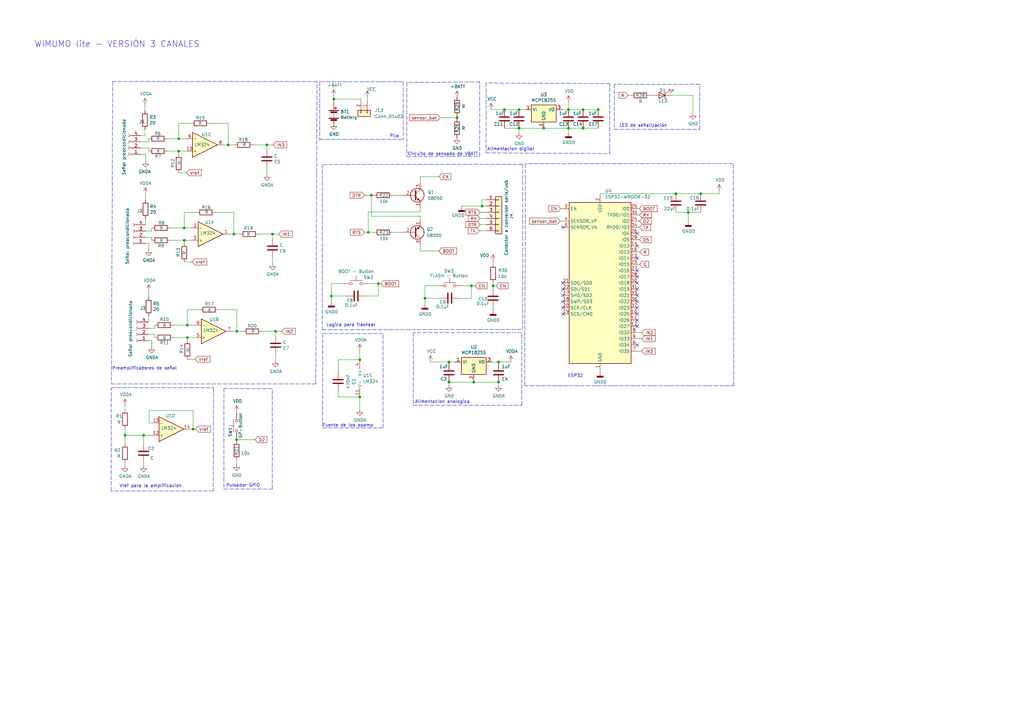
<source format=kicad_sch>
(kicad_sch (version 20211123) (generator eeschema)
  (paper "A3")
  (junction (at 58.8772 178.5366))
  (junction (at 495.554 98.806))
  (junction (at 75.565 98.552))
  (junction (at 223.012 52.578))
  (junction (at 497.332 98.806))
  (junction (at 212.852 52.578))
  (junction (at 184.15 156.718))
  (junction (at 277.2156 79.4766))
  (junction (at 93.599 59.436))
  (junction (at 97.028 180.3146))
  (junction (at 51.2572 178.5366))
  (junction (at 510.54 98.806))
  (junction (at 197.7136 84.5058))
  (junction (at 204.47 156.718))
  (junction (at 187.452 48.26))
  (junction (at 147.574 147.574))
  (junction (at 76.835 133.35))
  (junction (at 79.1972 175.9966))
  (junction (at 202.2348 117.221))
  (junction (at 193.3448 117.221))
  (junction (at 113.03 135.89))
  (junction (at 95.885 96.012))
  (junction (at 111.76 96.012))
  (junction (at 287.3756 79.4766))
  (junction (at 506.984 98.806))
  (junction (at 174.2948 122.301))
  (junction (at 155.194 116.332))
  (junction (at 152.3238 80.0608))
  (junction (at 212.852 44.958))
  (junction (at 474.98 98.806))
  (junction (at 73.279 56.896))
  (junction (at 151.0538 95.3008))
  (junction (at 204.47 148.463))
  (junction (at 484.124 98.806))
  (junction (at 109.474 59.436))
  (junction (at 136.906 40.64))
  (junction (at 499.11 98.806))
  (junction (at 245.3386 44.9326))
  (junction (at 239.141 52.5526))
  (junction (at 147.574 162.814))
  (junction (at 135.89 121.412))
  (junction (at 239.141 52.578))
  (junction (at 206.883 44.958))
  (junction (at 76.835 138.43))
  (junction (at 97.155 135.89))
  (junction (at 518.668 98.806))
  (junction (at 233.172 52.578))
  (junction (at 239.141 44.958))
  (junction (at 487.68 98.806))
  (junction (at 75.565 93.472))
  (junction (at 184.15 148.463))
  (junction (at 282.2956 87.0966))
  (junction (at 233.172 44.958))
  (junction (at 73.279 61.976))
  (junction (at 194.31 156.718))
  (no_connect (at 230.886 126.238))
  (no_connect (at 230.886 123.698))
  (no_connect (at 230.886 121.158))
  (no_connect (at 230.886 128.778))
  (no_connect (at 230.886 118.618))
  (no_connect (at 230.886 116.078))
  (no_connect (at 261.366 123.698))
  (no_connect (at 261.366 121.158))
  (no_connect (at 261.366 100.838))
  (no_connect (at 261.366 95.758))
  (no_connect (at 261.366 141.478))
  (no_connect (at 261.366 133.858))
  (no_connect (at 261.366 131.318))
  (no_connect (at 261.366 128.778))
  (no_connect (at 261.366 126.238))
  (no_connect (at 261.366 118.618))
  (no_connect (at 261.366 116.078))
  (no_connect (at 261.366 113.538))
  (no_connect (at 261.366 110.998))
  (no_connect (at 261.366 105.918))
  (no_connect (at 230.886 93.218))
  (wire (pts (xy 497.332 98.806) (xy 499.11 98.806)))
  (wire (pts (xy 95.885 96.012) (xy 98.425 96.012)))
  (wire (pts (xy 73.279 61.976) (xy 76.454 61.976)))
  (wire (pts (xy 155.194 116.332) (xy 156.21 116.332)))
  (wire (pts (xy 180.594 48.26) (xy 187.452 48.26)))
  (polyline (pts (xy 287.02 34.544) (xy 251.968 34.544)))
  (wire (pts (xy 246.126 79.375) (xy 246.126 80.518)))
  (wire (pts (xy 109.474 59.436) (xy 109.474 61.341)))
  (wire (pts (xy 196.9516 89.5858) (xy 199.4916 89.5858)))
  (wire (pts (xy 261.366 98.298) (xy 262.2296 98.2726)))
  (polyline (pts (xy 165.354 33.528) (xy 165.354 57.404)))
  (wire (pts (xy 97.028 188.595) (xy 97.028 190.5)))
  (wire (pts (xy 184.15 156.718) (xy 194.31 156.718)))
  (wire (pts (xy 196.6214 94.6658) (xy 199.4916 94.6658)))
  (polyline (pts (xy 87.5792 158.9786) (xy 87.4776 201.3712)))
  (wire (pts (xy 206.883 44.958) (xy 212.852 44.958)))
  (wire (pts (xy 184.15 149.098) (xy 184.15 148.463)))
  (wire (pts (xy 97.028 179.705) (xy 97.028 180.3146)))
  (wire (pts (xy 261.366 103.378) (xy 262.382 103.378)))
  (wire (pts (xy 184.15 148.463) (xy 186.69 148.463)))
  (wire (pts (xy 149.86 121.412) (xy 155.194 121.412)))
  (wire (pts (xy 499.11 98.806) (xy 506.984 98.806)))
  (wire (pts (xy 111.76 96.012) (xy 114.3 96.012)))
  (wire (pts (xy 135.89 116.332) (xy 135.89 121.412)))
  (wire (pts (xy 73.279 63.246) (xy 73.279 61.976)))
  (wire (pts (xy 522.224 97.79) (xy 522.224 98.806)))
  (wire (pts (xy 266.446 39.116) (xy 267.716 39.116)))
  (wire (pts (xy 174.2948 117.221) (xy 179.3748 117.221)))
  (wire (pts (xy 199.4916 81.9658) (xy 197.7136 81.9658)))
  (wire (pts (xy 51.2572 175.7426) (xy 51.2572 178.5366)))
  (wire (pts (xy 174.2948 124.841) (xy 174.2948 122.301)))
  (wire (pts (xy 59.69 82.042) (xy 59.69 79.502)))
  (wire (pts (xy 71.12 138.43) (xy 76.835 138.43)))
  (wire (pts (xy 484.124 97.282) (xy 484.124 98.806)))
  (wire (pts (xy 261.366 144.018) (xy 263.1694 144.018)))
  (polyline (pts (xy 166.878 33.782) (xy 166.878 64.262)))
  (wire (pts (xy 93.599 50.546) (xy 93.599 59.436)))
  (wire (pts (xy 155.194 116.332) (xy 151.13 116.332)))
  (polyline (pts (xy 91.8464 159.3088) (xy 91.8464 200.5838)))
  (polyline (pts (xy 132.334 175.514) (xy 157.099 175.514)))
  (wire (pts (xy 109.474 59.436) (xy 112.014 59.436)))
  (wire (pts (xy 499.11 97.282) (xy 499.11 98.806)))
  (wire (pts (xy 233.172 44.958) (xy 239.141 44.958)))
  (wire (pts (xy 62.6872 173.4566) (xy 61.1632 173.4566)))
  (wire (pts (xy 194.31 156.718) (xy 204.47 156.718)))
  (wire (pts (xy 59.69 99.822) (xy 60.96 99.822)))
  (wire (pts (xy 246.126 79.375) (xy 277.2156 79.4766)))
  (wire (pts (xy 261.366 85.598) (xy 262.2296 85.598)))
  (wire (pts (xy 113.03 135.89) (xy 113.03 137.795)))
  (wire (pts (xy 97.155 135.89) (xy 95.25 135.89)))
  (polyline (pts (xy 213.995 166.243) (xy 213.995 136.398)))
  (wire (pts (xy 78.359 50.546) (xy 73.279 50.546)))
  (wire (pts (xy 85.979 50.546) (xy 93.599 50.546)))
  (wire (pts (xy 60.9854 58.1406) (xy 60.9854 56.8706)))
  (wire (pts (xy 51.2572 189.7126) (xy 51.2572 190.9826)))
  (polyline (pts (xy 214.2998 67.3354) (xy 132.1816 67.4878)))
  (wire (pts (xy 60.96 121.92) (xy 60.96 119.38)))
  (polyline (pts (xy 157.099 175.514) (xy 157.099 136.779)))
  (wire (pts (xy 76.835 133.35) (xy 80.01 133.35)))
  (wire (pts (xy 152.3238 80.0608) (xy 153.3398 80.0608)))
  (wire (pts (xy 152.3238 80.0608) (xy 152.3238 88.6968)))
  (polyline (pts (xy 131.1656 33.4772) (xy 131.1656 57.6072)))
  (wire (pts (xy 155.194 121.412) (xy 155.194 116.332)))
  (wire (pts (xy 61.1632 173.4566) (xy 61.1632 168.3766)))
  (wire (pts (xy 63.5 134.62) (xy 63.5 133.35)))
  (wire (pts (xy 201.93 148.463) (xy 204.47 148.463)))
  (wire (pts (xy 257.556 39.116) (xy 258.826 39.116)))
  (wire (pts (xy 71.12 133.35) (xy 76.835 133.35)))
  (wire (pts (xy 73.279 56.896) (xy 76.454 56.896)))
  (wire (pts (xy 75.565 93.472) (xy 78.74 93.472)))
  (wire (pts (xy 58.8772 178.5366) (xy 62.6872 178.5366)))
  (wire (pts (xy 97.028 180.3146) (xy 97.028 180.975)))
  (wire (pts (xy 193.3448 117.221) (xy 189.5348 117.221)))
  (wire (pts (xy 239.141 44.958) (xy 245.3386 44.958)))
  (wire (pts (xy 199.4916 84.5058) (xy 197.7136 84.5058)))
  (wire (pts (xy 60.96 129.54) (xy 60.96 132.08)))
  (wire (pts (xy 61.1632 168.3766) (xy 79.1972 168.3766)))
  (wire (pts (xy 229.8192 90.678) (xy 230.886 90.678)))
  (wire (pts (xy 51.2572 178.5366) (xy 51.2572 182.0926)))
  (wire (pts (xy 277.2156 79.4766) (xy 287.3756 79.4766)))
  (wire (pts (xy 138.684 162.814) (xy 147.574 162.814)))
  (wire (pts (xy 68.6054 61.9506) (xy 73.279 61.976)))
  (wire (pts (xy 506.984 97.282) (xy 506.984 98.806)))
  (wire (pts (xy 63.5 137.16) (xy 63.5 138.43)))
  (wire (pts (xy 204.47 157.988) (xy 204.47 156.718)))
  (wire (pts (xy 57.6834 58.1406) (xy 60.9854 58.1406)))
  (wire (pts (xy 59.4614 55.6006) (xy 57.6834 55.6006)))
  (wire (pts (xy 487.68 98.806) (xy 495.554 98.806)))
  (wire (pts (xy 59.69 89.662) (xy 59.69 92.202)))
  (wire (pts (xy 287.3756 79.4766) (xy 294.9956 79.4766)))
  (wire (pts (xy 147.574 167.894) (xy 147.574 162.814)))
  (wire (pts (xy 62.23 94.742) (xy 62.23 93.472)))
  (wire (pts (xy 474.98 97.282) (xy 474.98 98.806)))
  (wire (pts (xy 111.76 96.012) (xy 111.76 97.917)))
  (polyline (pts (xy 46.2026 33.4264) (xy 45.72 157.48)))
  (wire (pts (xy 277.2156 87.0966) (xy 282.2956 87.0966)))
  (wire (pts (xy 194.31 156.083) (xy 194.31 156.718)))
  (wire (pts (xy 202.2348 126.111) (xy 202.2348 127.381)))
  (wire (pts (xy 245.3386 52.5526) (xy 239.141 52.5526)))
  (polyline (pts (xy 250.063 62.9412) (xy 250.063 34.29)))
  (polyline (pts (xy 157.099 136.779) (xy 132.334 136.779)))
  (wire (pts (xy 76.835 138.43) (xy 80.01 138.43)))
  (wire (pts (xy 103.759 59.436) (xy 109.474 59.436)))
  (wire (pts (xy 160.9598 80.0608) (xy 164.7698 80.0608)))
  (wire (pts (xy 69.85 98.552) (xy 75.565 98.552)))
  (wire (pts (xy 140.97 116.332) (xy 135.89 116.332)))
  (wire (pts (xy 197.7136 81.9658) (xy 197.7136 84.5058)))
  (wire (pts (xy 138.684 152.654) (xy 138.684 147.574)))
  (wire (pts (xy 89.535 127) (xy 97.155 127)))
  (polyline (pts (xy 132.1816 67.4878) (xy 132.1816 135.255)))
  (wire (pts (xy 160.9598 95.3008) (xy 164.7698 95.3008)))
  (polyline (pts (xy 129.54 157.48) (xy 130.0226 33.4264)))
  (wire (pts (xy 172.3898 74.9808) (xy 172.3898 72.4408)))
  (wire (pts (xy 59.7154 63.2206) (xy 57.6834 63.2206)))
  (wire (pts (xy 174.2948 122.301) (xy 180.6448 122.301)))
  (polyline (pts (xy 250.063 34.29) (xy 199.3646 34.036)))
  (polyline (pts (xy 87.4776 201.3712) (xy 45.5676 201.3712)))
  (wire (pts (xy 136.906 52.07) (xy 136.8806 50.6222)))
  (wire (pts (xy 81.915 127) (xy 76.835 127)))
  (wire (pts (xy 172.3898 100.3808) (xy 172.3898 102.9208)))
  (polyline (pts (xy 215.5444 67.183) (xy 215.1634 158.242)))
  (wire (pts (xy 60.96 99.822) (xy 60.96 102.362)))
  (wire (pts (xy 77.9272 175.9966) (xy 79.1972 175.9966)))
  (wire (pts (xy 151.0538 86.9188) (xy 172.3898 86.9188)))
  (polyline (pts (xy 214.3506 67.3608) (xy 214.3506 135.0518)))
  (wire (pts (xy 62.23 97.282) (xy 62.23 98.552)))
  (wire (pts (xy 80.645 87.122) (xy 75.565 87.122)))
  (wire (pts (xy 172.3898 72.4408) (xy 180.0098 72.4408)))
  (wire (pts (xy 95.885 87.122) (xy 95.885 96.012)))
  (wire (pts (xy 176.53 148.463) (xy 184.15 148.463)))
  (wire (pts (xy 522.224 98.806) (xy 518.668 98.806)))
  (wire (pts (xy 193.3448 122.301) (xy 193.3448 117.221)))
  (wire (pts (xy 172.3898 86.9188) (xy 172.3898 85.1408)))
  (wire (pts (xy 150.622 39.878) (xy 150.622 41.402)))
  (wire (pts (xy 113.03 145.415) (xy 113.03 147.955)))
  (wire (pts (xy 471.424 98.806) (xy 474.98 98.806)))
  (polyline (pts (xy 287.02 53.086) (xy 287.02 34.544)))
  (polyline (pts (xy 215.1634 158.242) (xy 300.99 158.242)))
  (wire (pts (xy 184.15 157.988) (xy 184.15 156.718)))
  (wire (pts (xy 106.045 96.012) (xy 111.76 96.012)))
  (wire (pts (xy 229.9716 85.598) (xy 230.886 85.598)))
  (wire (pts (xy 151.0538 95.3008) (xy 151.0538 86.9188)))
  (polyline (pts (xy 251.968 34.544) (xy 251.968 53.086)))
  (polyline (pts (xy 196.723 33.6042) (xy 166.878 33.782)))
  (wire (pts (xy 59.69 94.742) (xy 62.23 94.742)))
  (wire (pts (xy 135.89 121.412) (xy 142.24 121.412)))
  (wire (pts (xy 138.684 160.274) (xy 138.684 162.814)))
  (wire (pts (xy 80.01 147.32) (xy 76.835 147.32)))
  (wire (pts (xy 147.574 147.574) (xy 147.574 143.764)))
  (wire (pts (xy 212.852 44.958) (xy 215.392 44.958)))
  (wire (pts (xy 107.315 135.89) (xy 113.03 135.89)))
  (polyline (pts (xy 45.5676 201.3712) (xy 45.6692 158.9786)))
  (wire (pts (xy 261.366 136.398) (xy 263.1948 136.398)))
  (wire (pts (xy 187.452 47.498) (xy 187.452 48.26)))
  (wire (pts (xy 497.332 98.806) (xy 497.332 105.41)))
  (wire (pts (xy 172.3898 102.9208) (xy 180.0098 102.9208)))
  (wire (pts (xy 69.85 93.472) (xy 75.565 93.472)))
  (wire (pts (xy 60.96 134.62) (xy 63.5 134.62)))
  (wire (pts (xy 57.6834 60.6806) (xy 60.9854 60.6806)))
  (wire (pts (xy 76.835 127) (xy 76.835 133.35)))
  (wire (pts (xy 152.3238 88.6968) (xy 172.3898 88.6968)))
  (wire (pts (xy 172.3898 88.6968) (xy 172.3898 90.2208)))
  (wire (pts (xy 233.172 54.483) (xy 233.172 52.578)))
  (wire (pts (xy 95.885 96.012) (xy 93.98 96.012)))
  (wire (pts (xy 151.0538 95.3008) (xy 153.3398 95.3008)))
  (wire (pts (xy 93.599 59.436) (xy 91.694 59.436)))
  (wire (pts (xy 212.852 52.578) (xy 212.852 54.483)))
  (wire (pts (xy 60.96 137.16) (xy 63.5 137.16)))
  (wire (pts (xy 113.03 135.89) (xy 115.57 135.89)))
  (wire (pts (xy 212.852 52.578) (xy 223.012 52.578)))
  (wire (pts (xy 284.226 39.116) (xy 284.226 46.355)))
  (wire (pts (xy 282.2956 87.0966) (xy 282.2956 90.9066)))
  (polyline (pts (xy 91.8464 200.5838) (xy 111.6584 200.5838)))
  (polyline (pts (xy 111.6584 159.4358) (xy 91.8464 159.3088)))
  (wire (pts (xy 484.124 98.806) (xy 487.68 98.806)))
  (wire (pts (xy 51.2572 178.5366) (xy 58.8772 178.5366)))
  (wire (pts (xy 245.3386 44.958) (xy 245.3386 44.9326)))
  (polyline (pts (xy 300.736 67.056) (xy 215.5444 67.183)))
  (wire (pts (xy 73.279 50.546) (xy 73.279 56.896)))
  (wire (pts (xy 109.474 68.961) (xy 109.474 71.501)))
  (wire (pts (xy 78.74 107.442) (xy 75.565 107.442)))
  (wire (pts (xy 59.4614 53.0606) (xy 59.4614 55.6006)))
  (wire (pts (xy 204.47 148.463) (xy 209.55 148.463)))
  (wire (pts (xy 60.96 139.7) (xy 62.23 139.7)))
  (wire (pts (xy 510.54 97.282) (xy 510.54 98.806)))
  (polyline (pts (xy 166.878 64.262) (xy 196.723 64.0842)))
  (wire (pts (xy 60.9854 60.6806) (xy 60.9854 61.9506)))
  (wire (pts (xy 62.23 139.7) (xy 62.23 142.24)))
  (wire (pts (xy 97.028 168.91) (xy 97.028 169.545)))
  (wire (pts (xy 223.012 52.578) (xy 233.172 52.578)))
  (wire (pts (xy 148.082 40.64) (xy 148.082 41.402)))
  (wire (pts (xy 518.668 98.806) (xy 510.54 98.806)))
  (wire (pts (xy 135.89 121.412) (xy 135.89 123.952)))
  (polyline (pts (xy 213.995 136.398) (xy 169.545 136.398)))
  (wire (pts (xy 79.1972 175.9966) (xy 80.2132 175.9966)))
  (polyline (pts (xy 169.545 166.243) (xy 213.995 166.243)))
  (wire (pts (xy 202.2348 117.221) (xy 203.5048 117.221)))
  (polyline (pts (xy 196.723 64.0842) (xy 196.723 33.6042)))
  (wire (pts (xy 261.366 138.938) (xy 263.1948 138.938)))
  (wire (pts (xy 97.155 127) (xy 97.155 135.89)))
  (wire (pts (xy 88.265 87.122) (xy 95.885 87.122)))
  (polyline (pts (xy 251.968 53.086) (xy 287.02 53.086)))
  (polyline (pts (xy 300.99 158.242) (xy 300.736 67.056)))
  (wire (pts (xy 59.4614 45.4406) (xy 59.4614 42.9006)))
  (wire (pts (xy 76.835 139.7) (xy 76.835 138.43)))
  (wire (pts (xy 189.3316 84.5058) (xy 189.3316 84.7598)))
  (wire (pts (xy 136.906 40.64) (xy 136.906 41.91)))
  (polyline (pts (xy 199.3646 34.036) (xy 199.3646 62.7126)))
  (wire (pts (xy 206.883 52.578) (xy 212.852 52.578)))
  (polyline (pts (xy 132.334 136.779) (xy 132.334 175.514)))
  (polyline (pts (xy 165.1 33.528) (xy 131.1656 33.4772)))
  (wire (pts (xy 51.2572 166.2176) (xy 51.2572 168.1226)))
  (wire (pts (xy 261.366 88.138) (xy 262.2296 88.138)))
  (wire (pts (xy 471.424 97.282) (xy 471.424 98.806)))
  (wire (pts (xy 188.2648 122.301) (xy 193.3448 122.301)))
  (wire (pts (xy 204.47 149.098) (xy 204.47 148.463)))
  (wire (pts (xy 93.599 59.436) (xy 96.139 59.436)))
  (wire (pts (xy 138.684 147.574) (xy 147.574 147.574)))
  (wire (pts (xy 174.2948 122.301) (xy 174.2948 117.221)))
  (wire (pts (xy 495.554 97.282) (xy 495.554 98.806)))
  (polyline (pts (xy 169.545 136.398) (xy 169.545 166.243)))
  (wire (pts (xy 261.366 93.218) (xy 262.2296 93.218)))
  (wire (pts (xy 97.028 180.3146) (xy 104.5972 180.3146)))
  (wire (pts (xy 518.668 97.79) (xy 518.668 98.806)))
  (wire (pts (xy 79.1972 168.3766) (xy 79.1972 175.9966)))
  (wire (pts (xy 282.2956 87.0966) (xy 287.3756 87.0966)))
  (wire (pts (xy 233.172 41.783) (xy 233.172 44.958)))
  (wire (pts (xy 506.984 98.806) (xy 510.54 98.806)))
  (wire (pts (xy 246.126 151.638) (xy 246.126 152.7302)))
  (polyline (pts (xy 130.0226 33.4264) (xy 46.2026 33.4264)))
  (wire (pts (xy 233.172 52.578) (xy 239.141 52.578)))
  (wire (pts (xy 111.76 105.537) (xy 111.76 108.077)))
  (polyline (pts (xy 131.318 57.15) (xy 165.354 57.15)))
  (wire (pts (xy 68.6054 56.8706) (xy 73.279 56.896)))
  (polyline (pts (xy 199.3646 62.7126) (xy 250.063 62.9666)))
  (wire (pts (xy 197.7136 84.5058) (xy 189.3316 84.5058)))
  (polyline (pts (xy 45.72 157.48) (xy 129.54 157.48)))
  (wire (pts (xy 75.565 99.822) (xy 75.565 98.552)))
  (wire (pts (xy 261.366 90.678) (xy 262.2296 90.6526)))
  (wire (pts (xy 187.452 48.26) (xy 187.452 48.768)))
  (wire (pts (xy 196.9516 87.0458) (xy 199.4916 87.0458)))
  (polyline (pts (xy 250.063 62.9666) (xy 250.063 62.3316)))
  (wire (pts (xy 230.632 44.958) (xy 233.172 44.958)))
  (wire (pts (xy 76.454 70.866) (xy 73.279 70.866)))
  (wire (pts (xy 495.554 98.806) (xy 497.332 98.806)))
  (wire (pts (xy 59.7154 66.0146) (xy 59.7154 63.2206)))
  (wire (pts (xy 275.336 39.116) (xy 284.226 39.116)))
  (wire (pts (xy 196.9516 92.1258) (xy 199.4916 92.1258)))
  (wire (pts (xy 59.69 97.282) (xy 62.23 97.282)))
  (wire (pts (xy 474.98 98.806) (xy 484.124 98.806)))
  (wire (pts (xy 202.2348 107.061) (xy 202.2348 108.331)))
  (wire (pts (xy 75.565 87.122) (xy 75.565 93.472)))
  (wire (pts (xy 136.906 39.37) (xy 136.906 40.64)))
  (polyline (pts (xy 45.6692 158.9786) (xy 87.5792 158.9786)))
  (wire (pts (xy 75.565 98.552) (xy 78.74 98.552)))
  (wire (pts (xy 149.5298 80.0608) (xy 152.3238 80.0608)))
  (wire (pts (xy 202.2348 117.221) (xy 202.2348 118.491)))
  (wire (pts (xy 239.141 52.5526) (xy 239.141 52.578)))
  (wire (pts (xy 193.3448 117.221) (xy 194.8688 117.221)))
  (wire (pts (xy 487.68 97.282) (xy 487.68 98.806)))
  (wire (pts (xy 97.155 135.89) (xy 99.695 135.89)))
  (wire (pts (xy 149.5298 95.3008) (xy 151.0538 95.3008)))
  (wire (pts (xy 58.8772 189.7126) (xy 58.8772 190.9826)))
  (polyline (pts (xy 250.0376 62.3316) (xy 250.063 62.3316)))
  (wire (pts (xy 58.8772 178.5366) (xy 58.8772 182.0926)))
  (polyline (pts (xy 132.1816 135.255) (xy 214.3252 135.1026)))
  (polyline (pts (xy 111.6584 200.5838) (xy 111.6584 159.4358)))
  (wire (pts (xy 202.2348 115.951) (xy 202.2348 117.221)))
  (wire (pts (xy 294.9956 78.2066) (xy 294.9956 79.4766)))
  (wire (pts (xy 261.366 108.458) (xy 262.3566 108.4326)))
  (wire (pts (xy 136.906 40.64) (xy 148.082 40.64)))
  (wire (pts (xy 201.422 44.958) (xy 206.883 44.958)))
  (text "WIMUMO lite - VERSIÓN 3 CANALES" (at 81.915 19.685 180) (effects (font (size 2.4892 2.4892)) (justify right bottom)))
  (text "Pila\n" (at 159.766 56.642 0) (effects (font (size 1.27 1.27)) (justify left bottom)))
  (text "Alimentacion analogica\n" (at 170.18 165.608 0) (effects (font (size 1.27 1.27)) (justify left bottom)))
  (text "Pulsador GPIO" (at 92.71 199.898 0) (effects (font (size 1.27 1.27)) (justify left bottom)))
  (text "Fuente de los opamp" (at 132.334 175.26 0) (effects (font (size 1.27 1.27)) (justify left bottom)))
  (text "Vref para la amplificación" (at 48.9712 200.1266 0) (effects (font (size 1.27 1.27)) (justify left bottom)))
  (text "Logica para flashear" (at 133.858 134.112 0) (effects (font (size 1.27 1.27)) (justify left bottom)))
  (text "Circuito de sensado de VBATT" (at 167.132 64.008 0) (effects (font (size 1.27 1.27)) (justify left bottom)))
  (text "\n" (at 127.762 100.457 0) (effects (font (size 1.27 1.27)) (justify left bottom)))
  (text "LED de señalización" (at 254 52.324 0) (effects (font (size 1.27 1.27)) (justify left bottom)))
  (text "Preamplificadores de señal" (at 45.974 151.892 0) (effects (font (size 1.27 1.27)) (justify left bottom)))
  (text "Alimentacion digital\n\n" (at 199.771 64.008 0) (effects (font (size 1.27 1.27)) (justify left bottom)))
  (text "ESP32" (at 232.918 154.94 0) (effects (font (size 1.27 1.27)) (justify left bottom)))
  (global_label "EN" (shape input) (at 180.0098 72.4408 0) (property "Intersheet References" "${INTERSHEET_REFS}" (effects hide)))
  (global_label "Vref" (shape input) (at 80.2132 175.9966 0) (property "Intersheet References" "${INTERSHEET_REFS}" (effects hide)))
  (global_label "IN1" (shape input) (at 263.1948 138.938 0) (property "Intersheet References" "${INTERSHEET_REFS}" (effects hide)))
  (global_label "EN" (shape input) (at 194.8688 117.221 0) (property "Intersheet References" "${INTERSHEET_REFS}" (effects hide)))
  (global_label "IN3" (shape input) (at 112.014 59.436 0) (property "Intersheet References" "${INTERSHEET_REFS}" (effects hide)))
  (global_label "IN3" (shape input) (at 263.1694 144.018 0) (property "Intersheet References" "${INTERSHEET_REFS}" (effects hide)))
  (global_label "sensor_bat" (shape input) (at 180.594 48.26 180) (property "Intersheet References" "${INTERSHEET_REFS}" (effects hide)))
  (global_label "D2" (shape input) (at 262.2296 90.6526 0) (property "Intersheet References" "${INTERSHEET_REFS}" (effects hide)))
  (global_label "R" (shape input) (at 257.556 39.116 180) (property "Intersheet References" "${INTERSHEET_REFS}" (effects hide)))
  (global_label "TX" (shape input) (at 262.2296 93.218 0) (property "Intersheet References" "${INTERSHEET_REFS}" (effects hide)))
  (global_label "D2" (shape input) (at 104.5972 180.3146 0) (property "Intersheet References" "${INTERSHEET_REFS}" (effects hide)))
  (global_label "Vref" (shape input) (at 80.01 147.32 0) (property "Intersheet References" "${INTERSHEET_REFS}" (effects hide)))
  (global_label "EN" (shape input) (at 229.9716 85.598 180) (property "Intersheet References" "${INTERSHEET_REFS}" (effects hide)))
  (global_label "BOOT" (shape input) (at 156.21 116.332 0) (property "Intersheet References" "${INTERSHEET_REFS}" (effects hide)))
  (global_label "D5" (shape input) (at 262.2296 98.2726 0) (property "Intersheet References" "${INTERSHEET_REFS}" (effects hide)))
  (global_label "IN2" (shape input) (at 263.1948 136.398 0) (property "Intersheet References" "${INTERSHEET_REFS}" (effects hide)))
  (global_label "RX" (shape input) (at 262.2296 88.138 0) (property "Intersheet References" "${INTERSHEET_REFS}" (effects hide)))
  (global_label "EN" (shape input) (at 203.5048 117.221 0) (property "Intersheet References" "${INTERSHEET_REFS}" (effects hide)))
  (global_label "G" (shape input) (at 262.3566 108.4326 0) (property "Intersheet References" "${INTERSHEET_REFS}" (effects hide)))
  (global_label "IN1" (shape input) (at 114.3 96.012 0) (property "Intersheet References" "${INTERSHEET_REFS}" (effects hide)))
  (global_label "TX" (shape input) (at 196.6214 94.6658 180) (property "Intersheet References" "${INTERSHEET_REFS}" (effects hide)))
  (global_label "DTR" (shape input) (at 149.5298 80.0608 180) (property "Intersheet References" "${INTERSHEET_REFS}" (effects hide)))
  (global_label "Vref" (shape input) (at 76.454 70.866 0) (property "Intersheet References" "${INTERSHEET_REFS}" (effects hide)))
  (global_label "BOOT" (shape input) (at 180.0098 102.9208 0) (property "Intersheet References" "${INTERSHEET_REFS}" (effects hide)))
  (global_label "RX" (shape input) (at 196.9516 89.5858 180) (property "Intersheet References" "${INTERSHEET_REFS}" (effects hide)))
  (global_label "RTS" (shape input) (at 196.9516 87.0458 180) (property "Intersheet References" "${INTERSHEET_REFS}" (effects hide)))
  (global_label "R" (shape input) (at 262.382 103.378 0) (property "Intersheet References" "${INTERSHEET_REFS}" (effects hide)))
  (global_label "RTS" (shape input) (at 149.5298 95.3008 180) (property "Intersheet References" "${INTERSHEET_REFS}" (effects hide)))
  (global_label "BOOT" (shape input) (at 262.2296 85.598 0) (property "Intersheet References" "${INTERSHEET_REFS}" (effects hide)))
  (global_label "Vref" (shape input) (at 78.74 107.442 0) (property "Intersheet References" "${INTERSHEET_REFS}" (effects hide)))
  (global_label "sensor_bat" (shape input) (at 229.8192 90.678 180) (property "Intersheet References" "${INTERSHEET_REFS}" (effects hide)))
  (global_label "IN2" (shape input) (at 115.57 135.89 0) (property "Intersheet References" "${INTERSHEET_REFS}" (effects hide)))
  (global_label "DTR" (shape input) (at 196.9516 92.1258 180) (property "Intersheet References" "${INTERSHEET_REFS}" (effects hide)))
  (symbol (lib_id "Regulator_Linear:MCP1825S") (at 223.012 44.958 0) (unit 1)
    (property "Reference" "U3" (at 223.012 38.8112 0))
    (property "Value" "MCP1825S" (at 223.012 41.1226 0))
    (property "Footprint" "Package_TO_SOT_SMD:SOT-223-3_TabPin2" (effects hide))
    (property "Datasheet" "http://ww1.microchip.com/downloads/en/devicedoc/22056b.pdf" (effects hide))
  )
  (symbol (lib_id "Device:R") (at 262.636 39.116 90) (unit 1)
    (property "Reference" "R28" (at 262.636 39.116 90))
    (property "Value" "R" (at 262.636 41.656 90))
    (property "Footprint" "Resistor_SMD:R_0805_2012Metric" (effects hide))
  )
  (symbol (lib_id "power:GND") (at 284.226 46.355 0) (unit 1)
    (property "Reference" "#PWR033" (effects hide))
    (property "Value" "GND" (at 284.353 50.7492 0))
  )
  (symbol (lib_id "Device:R") (at 187.452 43.688 0) (unit 1)
    (property "Reference" "R25" (at 187.452 45.593 90) (effects (justify left)))
    (property "Value" "R" (at 189.357 43.688 0) (effects (justify left)))
    (property "Footprint" "Resistor_SMD:R_0805_2012Metric" (effects hide))
  )
  (symbol (lib_id "Device:R") (at 187.452 52.578 0) (unit 1)
    (property "Reference" "R26" (at 187.452 54.483 90) (effects (justify left)))
    (property "Value" "R" (at 189.357 52.578 0) (effects (justify left)))
    (property "Footprint" "Resistor_SMD:R_0805_2012Metric" (effects hide))
  )
  (symbol (lib_id "power:GND") (at 187.452 56.388 0) (unit 1)
    (property "Reference" "#PWR028" (effects hide))
    (property "Value" "GND" (at 187.579 60.7822 0))
  )
  (symbol (lib_id "Device:C") (at 212.852 48.768 0) (unit 1)
    (property "Reference" "C12" (at 208.8896 50.9016 0) (effects (justify left)))
    (property "Value" "1uF" (at 208.8896 46.4566 0) (effects (justify left)))
    (property "Footprint" "Capacitor_SMD:C_0805_2012Metric" (effects hide))
  )
  (symbol (lib_id "Device:C") (at 233.172 48.768 0) (unit 1)
    (property "Reference" "C13" (at 229.2096 50.9016 0) (effects (justify left)))
    (property "Value" "1uF" (at 229.2096 46.4566 0) (effects (justify left)))
    (property "Footprint" "Capacitor_SMD:C_0805_2012Metric" (effects hide))
  )
  (symbol (lib_id "power:+BATT") (at 187.452 39.878 0) (unit 1)
    (property "Reference" "#PWR027" (effects hide))
    (property "Value" "+BATT" (at 187.833 35.4838 0))
  )
  (symbol (lib_id "Device:R") (at 64.7954 56.8706 270) (unit 1)
    (property "Reference" "R6" (at 64.6938 54.8132 90))
    (property "Value" "R" (at 64.8208 56.8452 90))
    (property "Footprint" "Resistor_SMD:R_0805_2012Metric" (effects hide))
  )
  (symbol (lib_id "Device:R") (at 64.7954 61.9506 270) (unit 1)
    (property "Reference" "R7" (at 64.8208 64.0842 90))
    (property "Value" "R" (at 64.8208 62.0522 90))
    (property "Footprint" "Resistor_SMD:R_0805_2012Metric" (effects hide))
  )
  (symbol (lib_id "Device:R") (at 82.169 50.546 270) (unit 1)
    (property "Reference" "R15" (at 82.1944 48.3616 90))
    (property "Value" "R" (at 82.0674 50.5206 90))
    (property "Footprint" "Resistor_SMD:R_0805_2012Metric" (effects hide))
  )
  (symbol (lib_id "Device:R") (at 73.279 67.056 180) (unit 1)
    (property "Reference" "R12" (at 70.8914 66.9036 90))
    (property "Value" "R" (at 73.4314 66.9036 0))
    (property "Footprint" "Resistor_SMD:R_0805_2012Metric" (effects hide))
  )
  (symbol (lib_id "Device:R") (at 51.2572 171.9326 0) (mirror x) (unit 1)
    (property "Reference" "R1" (at 47.4472 170.6626 0) (effects (justify left)))
    (property "Value" "R" (at 48.0822 173.2026 0) (effects (justify left)))
    (property "Footprint" "Resistor_SMD:R_0805_2012Metric" (effects hide))
  )
  (symbol (lib_id "Device:R") (at 51.2572 185.9026 0) (mirror y) (unit 1)
    (property "Reference" "R2" (at 49.4792 184.7342 0) (effects (justify left)))
    (property "Value" "R" (at 49.4792 187.0456 0) (effects (justify left)))
    (property "Footprint" "Resistor_SMD:R_0805_2012Metric" (effects hide))
  )
  (symbol (lib_id "Device:C") (at 58.8772 185.9026 0) (mirror y) (unit 1)
    (property "Reference" "C2" (at 63.3222 183.9976 0) (effects (justify left)))
    (property "Value" "C" (at 63.0682 187.9346 0) (effects (justify left)))
    (property "Footprint" "Capacitor_SMD:C_0805_2012Metric" (effects hide))
  )
  (symbol (lib_id "Device:C") (at 138.684 156.464 180) (unit 1)
    (property "Reference" "C1" (at 145.0848 156.464 90))
    (property "Value" "470nF" (at 142.7734 156.464 90))
    (property "Footprint" "Capacitor_SMD:C_0805_2012Metric" (effects hide))
  )
  (symbol (lib_id "Device:R") (at 59.4614 49.2506 0) (unit 1)
    (property "Reference" "R3" (at 61.2394 48.0822 0) (effects (justify left)))
    (property "Value" "20" (at 61.2394 50.3936 0) (effects (justify left)))
    (property "Footprint" "Resistor_SMD:R_0805_2012Metric" (effects hide))
  )
  (symbol (lib_id "Switch:SW_Push") (at 97.028 174.625 90) (mirror x) (unit 1)
    (property "Reference" "SW1" (at 94.488 177.165 0))
    (property "Value" "GP-Button" (at 98.6282 174.5234 0))
    (property "Footprint" "Button_Switch_THT:SW_PUSH_6mm" (effects hide))
  )
  (symbol (lib_id "Device:R") (at 97.028 184.785 0) (unit 1)
    (property "Reference" "R21" (at 97.028 186.69 90) (effects (justify left)))
    (property "Value" "10k" (at 98.806 185.928 0) (effects (justify left)))
    (property "Footprint" "Resistor_SMD:R_0805_2012Metric" (effects hide))
  )
  (symbol (lib_id "Regulator_Linear:MCP1825S") (at 194.31 148.463 0) (unit 1)
    (property "Reference" "U2" (at 194.31 142.3162 0))
    (property "Value" "MCP1825S" (at 194.31 144.6276 0))
    (property "Footprint" "Package_TO_SOT_SMD:SOT-223-3_TabPin2" (effects hide))
    (property "Datasheet" "http://ww1.microchip.com/downloads/en/devicedoc/22056b.pdf" (effects hide))
  )
  (symbol (lib_id "Device:C") (at 184.15 152.908 0) (unit 1)
    (property "Reference" "C3" (at 180.5686 155.3464 0) (effects (justify left)))
    (property "Value" "1uF" (at 180.1622 150.3426 0) (effects (justify left)))
    (property "Footprint" "Capacitor_SMD:C_0805_2012Metric" (effects hide))
  )
  (symbol (lib_id "Device:C") (at 204.47 152.908 0) (unit 1)
    (property "Reference" "C4" (at 205.74 155.448 0) (effects (justify left)))
    (property "Value" "1uF" (at 205.74 150.368 0) (effects (justify left)))
    (property "Footprint" "Capacitor_SMD:C_0805_2012Metric" (effects hide))
  )
  (symbol (lib_id "power:GNDA") (at 204.47 157.988 0) (unit 1)
    (property "Reference" "#PWR014" (effects hide))
    (property "Value" "GNDA" (at 204.597 162.3822 0))
  )
  (symbol (lib_id "power:GNDA") (at 147.574 167.894 0) (unit 1)
    (property "Reference" "#PWR02" (effects hide))
    (property "Value" "GNDA" (at 147.701 172.2882 0))
  )
  (symbol (lib_id "power:VDDA") (at 209.55 148.463 0) (unit 1)
    (property "Reference" "#PWR015" (effects hide))
    (property "Value" "VDDA" (at 209.931 144.0688 0))
  )
  (symbol (lib_id "power:VDDA") (at 147.574 143.764 0) (unit 1)
    (property "Reference" "#PWR01" (effects hide))
    (property "Value" "VDDA" (at 147.955 139.3698 0))
  )
  (symbol (lib_id "power:VDDA") (at 59.4614 42.9006 0) (unit 1)
    (property "Reference" "#PWR05" (effects hide))
    (property "Value" "VDDA" (at 59.8424 38.5064 0))
  )
  (symbol (lib_id "power:VDDA") (at 51.2572 166.2176 0) (unit 1)
    (property "Reference" "#PWR03" (effects hide))
    (property "Value" "VDDA" (at 51.6382 161.8234 0))
  )
  (symbol (lib_id "Device:C") (at 109.474 65.151 0) (mirror x) (unit 1)
    (property "Reference" "C5" (at 112.395 66.3194 0) (effects (justify left)))
    (property "Value" "C" (at 112.395 64.008 0) (effects (justify left)))
    (property "Footprint" "Capacitor_SMD:C_0805_2012Metric" (effects hide))
  )
  (symbol (lib_id "Device:R") (at 99.949 59.436 90) (mirror x) (unit 1)
    (property "Reference" "R18" (at 101.7524 57.2516 90) (effects (justify left)))
    (property "Value" "R" (at 100.9904 59.4106 90) (effects (justify left)))
    (property "Footprint" "Resistor_SMD:R_0805_2012Metric" (effects hide))
  )
  (symbol (lib_id "power:GNDA") (at 109.474 71.501 0) (unit 1)
    (property "Reference" "#PWR016" (effects hide))
    (property "Value" "GNDA" (at 109.601 75.8952 0))
  )
  (symbol (lib_id "Device:Battery") (at 136.906 46.99 0) (unit 1)
    (property "Reference" "BT1" (at 139.6492 45.8216 0) (effects (justify left)))
    (property "Value" "Battery" (at 139.6492 48.133 0) (effects (justify left)))
    (property "Footprint" "Battery:BatteryHolder_Keystone_2460_1xAA" (effects hide))
  )
  (symbol (lib_id "power:+BATT") (at 136.906 39.37 0) (unit 1)
    (property "Reference" "#PWR019" (effects hide))
    (property "Value" "+BATT" (at 137.287 34.9758 0))
  )
  (symbol (lib_id "power:GND") (at 136.8806 50.6222 0) (unit 1)
    (property "Reference" "#PWR020" (effects hide))
    (property "Value" "GND" (at 137.0076 55.0164 0))
  )
  (symbol (lib_id "Device:R") (at 75.565 103.632 180) (unit 1)
    (property "Reference" "R13" (at 73.0504 103.4796 90))
    (property "Value" "R" (at 75.5904 103.7336 90))
    (property "Footprint" "Resistor_SMD:R_0805_2012Metric" (effects hide))
  )
  (symbol (lib_id "Device:R") (at 84.455 87.122 270) (unit 1)
    (property "Reference" "R16" (at 84.6074 85.0646 90))
    (property "Value" "R" (at 84.7344 87.0966 90))
    (property "Footprint" "Resistor_SMD:R_0805_2012Metric" (effects hide))
  )
  (symbol (lib_id "Device:R") (at 66.04 98.552 270) (unit 1)
    (property "Reference" "R9" (at 66.0654 100.8126 90))
    (property "Value" "R" (at 66.1924 98.6536 90))
    (property "Footprint" "Resistor_SMD:R_0805_2012Metric" (effects hide))
  )
  (symbol (lib_id "Device:R") (at 66.04 93.472 270) (unit 1)
    (property "Reference" "R8" (at 66.1924 91.4146 90))
    (property "Value" "R" (at 66.1924 93.5736 90))
    (property "Footprint" "Resistor_SMD:R_0805_2012Metric" (effects hide))
  )
  (symbol (lib_id "Device:R") (at 59.69 85.852 0) (unit 1)
    (property "Reference" "R4" (at 61.468 84.6836 0) (effects (justify left)))
    (property "Value" "20" (at 61.468 86.995 0) (effects (justify left)))
    (property "Footprint" "Resistor_SMD:R_0805_2012Metric" (effects hide))
  )
  (symbol (lib_id "power:VDDA") (at 59.69 79.502 0) (unit 1)
    (property "Reference" "#PWR06" (effects hide))
    (property "Value" "VDDA" (at 59.69 75.184 0))
  )
  (symbol (lib_id "Device:C") (at 111.76 101.727 0) (mirror x) (unit 1)
    (property "Reference" "C6" (at 114.681 102.8954 0) (effects (justify left)))
    (property "Value" "C" (at 114.681 100.584 0) (effects (justify left)))
    (property "Footprint" "Capacitor_SMD:C_0805_2012Metric" (effects hide))
  )
  (symbol (lib_id "Device:R") (at 102.235 96.012 90) (mirror x) (unit 1)
    (property "Reference" "R19" (at 103.7844 93.5736 90) (effects (justify left)))
    (property "Value" "R" (at 102.6414 96.1136 90) (effects (justify left)))
    (property "Footprint" "Resistor_SMD:R_0805_2012Metric" (effects hide))
  )
  (symbol (lib_id "power:GNDA") (at 111.76 108.077 0) (unit 1)
    (property "Reference" "#PWR017" (effects hide))
    (property "Value" "GNDA" (at 111.887 112.4712 0))
  )
  (symbol (lib_id "power:GNDA") (at 60.96 102.362 0) (unit 1)
    (property "Reference" "#PWR08" (effects hide))
    (property "Value" "GNDA" (at 61.087 106.7562 0))
  )
  (symbol (lib_id "Device:R") (at 76.835 143.51 180) (unit 1)
    (property "Reference" "R14" (at 74.4474 143.1036 90))
    (property "Value" "R" (at 76.9874 143.7386 0))
    (property "Footprint" "Resistor_SMD:R_0805_2012Metric" (effects hide))
  )
  (symbol (lib_id "Device:R") (at 85.725 127 270) (unit 1)
    (property "Reference" "R17" (at 85.8774 124.6886 90))
    (property "Value" "R" (at 85.8774 127.2286 90))
    (property "Footprint" "Resistor_SMD:R_0805_2012Metric" (effects hide))
  )
  (symbol (lib_id "Device:R") (at 67.31 138.43 270) (unit 1)
    (property "Reference" "R11" (at 67.4624 140.5636 90))
    (property "Value" "R" (at 67.4624 138.6586 90))
    (property "Footprint" "Resistor_SMD:R_0805_2012Metric" (effects hide))
  )
  (symbol (lib_id "Device:R") (at 67.31 133.35 270) (unit 1)
    (property "Reference" "R10" (at 67.4624 131.0386 90))
    (property "Value" "R" (at 67.4624 133.5786 90))
    (property "Footprint" "Resistor_SMD:R_0805_2012Metric" (effects hide))
  )
  (symbol (lib_id "Device:R") (at 60.96 125.73 0) (unit 1)
    (property "Reference" "R5" (at 62.738 124.5616 0) (effects (justify left)))
    (property "Value" "20" (at 62.738 126.873 0) (effects (justify left)))
    (property "Footprint" "Resistor_SMD:R_0805_2012Metric" (effects hide))
  )
  (symbol (lib_id "power:VDDA") (at 60.96 119.38 0) (unit 1)
    (property "Reference" "#PWR09" (effects hide))
    (property "Value" "VDDA" (at 61.341 114.9858 0))
  )
  (symbol (lib_id "Device:C") (at 113.03 141.605 0) (mirror x) (unit 1)
    (property "Reference" "C7" (at 115.951 142.7734 0) (effects (justify left)))
    (property "Value" "C" (at 115.951 140.462 0) (effects (justify left)))
    (property "Footprint" "Capacitor_SMD:C_0805_2012Metric" (effects hide))
  )
  (symbol (lib_id "Device:R") (at 103.505 135.89 90) (mirror x) (unit 1)
    (property "Reference" "R20" (at 105.4354 133.7056 90) (effects (justify left)))
    (property "Value" "R" (at 104.5464 135.8646 90) (effects (justify left)))
    (property "Footprint" "Resistor_SMD:R_0805_2012Metric" (effects hide))
  )
  (symbol (lib_id "power:GNDA") (at 113.03 147.955 0) (unit 1)
    (property "Reference" "#PWR018" (effects hide))
    (property "Value" "GNDA" (at 113.157 152.3492 0))
  )
  (symbol (lib_id "power:GNDA") (at 62.23 142.24 0) (unit 1)
    (property "Reference" "#PWR010" (effects hide))
    (property "Value" "GNDA" (at 62.357 146.6342 0))
  )
  (symbol (lib_id "Connector:Conn_01x04_Female") (at 52.6034 60.6806 180) (unit 1)
    (property "Reference" "J1" (at 58.2676 49.8856 0))
    (property "Value" "Señal preacondicionada" (at 50.8508 60.2742 90))
    (property "Footprint" "Connector_PinHeader_2.54mm:PinHeader_1x04_P2.54mm_Vertical" (effects hide))
  )
  (symbol (lib_id "Connector:Conn_01x04_Female") (at 54.61 97.282 180) (unit 1)
    (property "Reference" "J2" (at 57.3532 86.487 0))
    (property "Value" "Señal preacondicionada" (at 52.2224 96.8756 90))
    (property "Footprint" "Connector_PinHeader_2.54mm:PinHeader_1x04_P2.54mm_Vertical" (effects hide))
  )
  (symbol (lib_id "Connector:Conn_01x04_Female") (at 55.88 137.16 180) (unit 1)
    (property "Reference" "J3" (at 58.6232 126.365 0))
    (property "Value" "Señal preacondicionada" (at 53.4924 134.8486 90))
    (property "Footprint" "Connector_PinHeader_2.54mm:PinHeader_1x04_P2.54mm_Vertical" (effects hide))
  )
  (symbol (lib_id "power:GND") (at 212.852 54.483 0) (unit 1)
    (property "Reference" "#PWR034" (effects hide))
    (property "Value" "GND" (at 212.979 58.8772 0))
  )
  (symbol (lib_id "power:GND") (at 97.028 190.5 0) (unit 1)
    (property "Reference" "#PWR023" (effects hide))
    (property "Value" "GND" (at 97.155 194.8942 0))
  )
  (symbol (lib_id "power:VDD") (at 233.172 41.783 0) (unit 1)
    (property "Reference" "#PWR035" (effects hide))
    (property "Value" "VDD" (at 233.553 37.3888 0))
  )
  (symbol (lib_id "power:VDD") (at 97.028 168.91 0) (unit 1)
    (property "Reference" "#PWR022" (effects hide))
    (property "Value" "VDD" (at 97.409 164.5158 0))
  )
  (symbol (lib_id "power:VDD") (at 294.9956 78.2066 0) (unit 1)
    (property "Reference" "#PWR039" (effects hide))
    (property "Value" "VDD" (at 295.3766 73.8124 0))
  )
  (symbol (lib_id "power:GNDA") (at 59.7154 66.0146 0) (unit 1)
    (property "Reference" "#PWR07" (effects hide))
    (property "Value" "GNDA" (at 59.3344 70.4088 0))
  )
  (symbol (lib_id "power:VCC") (at 150.622 39.878 0) (mirror y) (unit 1)
    (property "Reference" "#PWR021" (effects hide))
    (property "Value" "VCC" (at 152.3238 36.6014 0))
  )
  (symbol (lib_id "power:VCC") (at 201.422 44.958 0) (unit 1)
    (property "Reference" "#PWR031" (effects hide))
    (property "Value" "VCC" (at 201.803 40.5638 0))
  )
  (symbol (lib_id "power:VCC") (at 176.53 148.463 0) (unit 1)
    (property "Reference" "#PWR012" (effects hide))
    (property "Value" "VCC" (at 176.911 144.0688 0))
  )
  (symbol (lib_id "power:GND") (at 184.15 157.988 0) (unit 1)
    (property "Reference" "#PWR013" (effects hide))
    (property "Value" "GND" (at 184.277 162.3822 0))
  )
  (symbol (lib_id "power:GNDA") (at 58.8772 190.9826 0) (unit 1)
    (property "Reference" "#PWR011" (effects hide))
    (property "Value" "GNDA" (at 59.0042 195.3768 0))
  )
  (symbol (lib_id "power:GNDD") (at 233.172 54.483 0) (unit 1)
    (property "Reference" "#PWR036" (effects hide))
    (property "Value" "GNDD" (at 233.2736 58.42 0))
  )
  (symbol (lib_id "power:GNDD") (at 246.126 152.7302 0) (unit 1)
    (property "Reference" "#PWR037" (effects hide))
    (property "Value" "GNDD" (at 246.2276 156.6672 0))
  )
  (symbol (lib_id "power:GNDA") (at 51.2572 190.9826 0) (unit 1)
    (property "Reference" "#PWR04" (effects hide))
    (property "Value" "GNDA" (at 51.3842 195.3768 0))
  )
  (symbol (lib_id "Device:C") (at 206.883 48.768 0) (unit 1)
    (property "Reference" "C11" (at 202.5396 50.9016 0) (effects (justify left)))
    (property "Value" "1uF" (at 203.1746 46.4566 0) (effects (justify left)))
    (property "Footprint" "Capacitor_SMD:C_0805_2012Metric" (effects hide))
  )
  (symbol (lib_id "Device:R") (at 202.2348 112.141 0) (unit 1)
    (property "Reference" "R30" (at 204.2668 110.8709 0) (effects (justify left)))
    (property "Value" "10k" (at 204.2668 113.4109 0) (effects (justify left)))
    (property "Footprint" "Resistor_SMD:R_0805_2012Metric" (effects hide))
  )
  (symbol (lib_id "Amplifier_Operational:LM324") (at 86.36 96.012 0) (mirror x) (unit 1)
    (property "Reference" "U1" (at 85.8774 91.1606 0))
    (property "Value" "LM324" (at 85.2424 95.6056 0))
    (property "Footprint" "Package_SO:SOIC-14_3.9x8.7mm_P1.27mm" (effects hide))
    (property "Datasheet" "http://www.ti.com/lit/ds/symlink/lm2902-n.pdf" (effects hide))
  )
  (symbol (lib_id "Puente_GND:Puente_GND") (at 493.014 92.202 90) (unit 1)
    (property "Reference" "J7" (at 493.014 96.012 90) (effects (justify right)))
    (property "Value" "Puente_GND" (at 490.728 87.376 90) (effects (justify right)))
    (property "Footprint" "Puente_GND:PUENTE_GND" (effects hide))
  )
  (symbol (lib_id "Puente_GND:Puente_GND") (at 481.584 92.202 90) (unit 1)
    (property "Reference" "J5" (at 481.584 96.012 90) (effects (justify right)))
    (property "Value" "Puente_GND" (at 479.298 87.376 90) (effects (justify right)))
    (property "Footprint" "Puente_GND:PUENTE_GND" (effects hide))
  )
  (symbol (lib_id "power:GNDD") (at 135.89 123.952 0) (unit 1)
    (property "Reference" "#PWR024" (effects hide))
    (property "Value" "GNDD" (at 135.9916 127.889 0))
  )
  (symbol (lib_id "Puente_GND:Puente_GND") (at 496.57 92.202 90) (unit 1)
    (property "Reference" "J8" (at 496.57 96.012 90) (effects (justify right)))
    (property "Value" "Puente_GND" (at 490.728 85.344 90) (effects (justify right)))
    (property "Footprint" "Puente_GND:PUENTE_GND" (effects hide))
  )
  (symbol (lib_id "Transistor_BJT:S8050") (at 169.8498 80.0608 0) (unit 1)
    (property "Reference" "Q1" (at 175.3616 78.7907 0) (effects (justify left)))
    (property "Value" "S8050" (at 175.3616 81.3307 0) (effects (justify left)))
    (property "Footprint" "Package_TO_SOT_SMD:SOT-23" (effects hide))
    (property "Datasheet" "http://www.unisonic.com.tw/datasheet/S8050.pdf" (effects hide))
  )
  (symbol (lib_id "Puente_GND:Puente_GND") (at 508 92.202 90) (unit 1)
    (property "Reference" "J10" (at 508 96.012 90) (effects (justify right)))
    (property "Value" "Puente_GND" (at 502.158 85.344 90) (effects (justify right)))
    (property "Footprint" "Puente_GND:PUENTE_GND" (effects hide))
  )
  (symbol (lib_id "Device:R") (at 157.1498 80.0608 90) (unit 1)
    (property "Reference" "R22" (at 157.4546 80.0608 90))
    (property "Value" "10k" (at 157.4546 82.6008 90))
    (property "Footprint" "Resistor_SMD:R_0805_2012Metric" (effects hide))
  )
  (symbol (lib_id "power:GNDD") (at 174.2948 124.841 0) (unit 1)
    (property "Reference" "#PWR025" (effects hide))
    (property "Value" "GNDD" (at 174.3964 128.778 0))
  )
  (symbol (lib_id "power:VDD") (at 202.2348 107.061 0) (unit 1)
    (property "Reference" "#PWR029" (effects hide))
    (property "Value" "VDD" (at 198.755 104.7242 0))
  )
  (symbol (lib_id "Puente_GND:Puente_GND") (at 504.444 92.202 90) (unit 1)
    (property "Reference" "J9" (at 504.444 96.012 90) (effects (justify right)))
    (property "Value" "Puente_GND" (at 502.158 87.376 90) (effects (justify right)))
    (property "Footprint" "Puente_GND:PUENTE_GND" (effects hide))
  )
  (symbol (lib_id "Amplifier_Operational:LM324") (at 87.63 135.89 0) (mirror x) (unit 2)
    (property "Reference" "U1" (at 87.7824 131.0386 0))
    (property "Value" "LM324" (at 86.5124 135.4836 0))
    (property "Footprint" "Package_SO:SOIC-14_3.9x8.7mm_P1.27mm" (effects hide))
    (property "Datasheet" "http://www.ti.com/lit/ds/symlink/lm2902-n.pdf" (effects hide))
  )
  (symbol (lib_id "Switch:SW_Push") (at 146.05 116.332 0) (unit 1)
    (property "Reference" "SW2" (at 151.13 113.792 0))
    (property "Value" "BOOT - Button" (at 146.05 111.3282 0))
    (property "Footprint" "Button_Switch_THT:SW_PUSH_6mm" (effects hide))
  )
  (symbol (lib_id "Device:C") (at 184.4548 122.301 90) (unit 1)
    (property "Reference" "C9" (at 181.5846 123.8758 90))
    (property "Value" "0.1uF" (at 181.5846 125.7808 90))
    (property "Footprint" "Capacitor_SMD:C_0805_2012Metric" (effects hide))
  )
  (symbol (lib_id "Device:C") (at 239.141 48.768 0) (unit 1)
    (property "Reference" "C14" (at 234.9246 50.9016 0) (effects (justify left)))
    (property "Value" "1uF" (at 234.9246 46.4566 0) (effects (justify left)))
    (property "Footprint" "Capacitor_SMD:C_0805_2012Metric" (effects hide))
  )
  (symbol (lib_id "Connector_Generic:Conn_01x06") (at 204.5716 87.0458 0) (unit 1)
    (property "Reference" "J4" (at 209.7278 89.8398 90) (effects (justify left)))
    (property "Value" "Conector a conversor serie/usb" (at 207.6196 104.8258 90) (effects (justify left)))
    (property "Footprint" "Connector_PinHeader_2.54mm:PinHeader_2x03_P2.54mm_Vertical" (effects hide))
  )
  (symbol (lib_id "Puente_GND:Puente_GND") (at 468.884 92.202 90) (unit 1)
    (property "Reference" "J14" (at 468.884 96.012 90) (effects (justify right)))
    (property "Value" "Puente_GND" (at 466.598 87.376 90) (effects (justify right)))
    (property "Footprint" "Puente_GND:PUENTE_GND" (effects hide))
  )
  (symbol (lib_id "Device:LED") (at 271.526 39.116 180) (unit 1)
    (property "Reference" "D1" (at 271.78 37.084 0))
    (property "Value" "LED" (at 272.034 41.402 0))
    (property "Footprint" "LED_THT:LED_D3.0mm" (effects hide))
  )
  (symbol (lib_id "Device:C") (at 245.3386 48.7426 0) (unit 1)
    (property "Reference" "C17" (at 241.2746 50.9016 0) (effects (justify left)))
    (property "Value" "1uF" (at 241.2746 46.4566 0) (effects (justify left)))
    (property "Footprint" "Capacitor_SMD:C_0805_2012Metric" (effects hide))
  )
  (symbol (lib_id "Device:C") (at 277.2156 83.2866 180) (unit 1)
    (property "Reference" "C15" (at 274.066 81.153 0))
    (property "Value" "22uF" (at 274.701 85.598 0))
    (property "Footprint" "Capacitor_Tantalum_SMD:CP_EIA-3216-10_Kemet-I" (effects hide))
  )
  (symbol (lib_id "RF_Module:ESP32-WROOM-32") (at 246.126 116.078 0) (unit 1)
    (property "Reference" "U4" (at 248.1454 78.232 0) (effects (justify left)))
    (property "Value" "ESP32-WROOM-32" (at 248.1454 80.772 0) (effects (justify left)))
    (property "Footprint" "RF_Module:ESP32-WROOM-32" (effects hide))
    (property "Datasheet" "https://www.espressif.com/sites/default/files/documentation/esp32-wroom-32_datasheet_en.pdf" (effects hide))
  )
  (symbol (lib_id "Transistor_BJT:S8050") (at 169.8498 95.3008 0) (mirror x) (unit 1)
    (property "Reference" "Q2" (at 174.9298 94.0307 0) (effects (justify left)))
    (property "Value" "S8050" (at 174.9298 96.5707 0) (effects (justify left)))
    (property "Footprint" "Package_TO_SOT_SMD:SOT-23" (effects hide))
    (property "Datasheet" "http://www.unisonic.com.tw/datasheet/S8050.pdf" (effects hide))
  )
  (symbol (lib_id "Device:C") (at 287.3756 83.2866 180) (unit 1)
    (property "Reference" "C16" (at 284.861 81.153 0))
    (property "Value" "0.1uF" (at 284.226 85.598 0))
    (property "Footprint" "Capacitor_SMD:C_0805_2012Metric" (effects hide))
  )
  (symbol (lib_id "power:GNDD") (at 189.3316 84.7598 0) (unit 1)
    (property "Reference" "#PWR026" (effects hide))
    (property "Value" "GNDD" (at 187.9346 88.3158 0))
  )
  (symbol (lib_id "Device:C") (at 202.2348 122.301 180) (unit 1)
    (property "Reference" "C10" (at 198.0946 122.6058 0))
    (property "Value" "0.1uF" (at 198.0946 124.5108 0))
    (property "Footprint" "Capacitor_SMD:C_0805_2012Metric" (effects hide))
  )
  (symbol (lib_id "Puente_GND:Puente_GND") (at 516.128 92.71 90) (unit 1)
    (property "Reference" "J11" (at 516.128 96.52 90) (effects (justify right)))
    (property "Value" "Puente_GND" (at 513.842 87.884 90) (effects (justify right)))
    (property "Footprint" "Puente_GND:PUENTE_GND" (effects hide))
  )
  (symbol (lib_id "Puente_GND:Puente_GND") (at 485.14 92.202 90) (unit 1)
    (property "Reference" "J6" (at 485.14 96.012 90) (effects (justify right)))
    (property "Value" "Puente_GND" (at 479.298 85.344 90) (effects (justify right)))
    (property "Footprint" "Puente_GND:PUENTE_GND" (effects hide))
  )
  (symbol (lib_id "Puente_GND:Puente_GND") (at 519.684 92.71 90) (unit 1)
    (property "Reference" "J12" (at 519.684 96.52 90) (effects (justify right)))
    (property "Value" "Puente_GND" (at 513.842 85.852 90) (effects (justify right)))
    (property "Footprint" "Puente_GND:PUENTE_GND" (effects hide))
  )
  (symbol (lib_id "Connector_Generic:Conn_01x02") (at 150.622 46.482 270) (unit 1)
    (property "Reference" "J13" (at 153.67 45.2119 90) (effects (justify left)))
    (property "Value" "Conn_01x02" (at 153.67 47.7519 90) (effects (justify left)))
    (property "Footprint" "Connector_PinHeader_2.54mm:PinHeader_1x02_P2.54mm_Vertical" (effects hide))
  )
  (symbol (lib_id "Amplifier_Operational:LM324") (at 70.3072 175.9966 0) (mirror x) (unit 4)
    (property "Reference" "U1" (at 69.8246 170.5102 0))
    (property "Value" "LM324" (at 69.1896 175.5902 0))
    (property "Footprint" "Package_SO:SOIC-14_3.9x8.7mm_P1.27mm" (effects hide))
    (property "Datasheet" "http://www.ti.com/lit/ds/symlink/lm2902-n.pdf" (effects hide))
  )
  (symbol (lib_id "power:GNDD") (at 282.2956 90.9066 0) (unit 1)
    (property "Reference" "#PWR038" (effects hide))
    (property "Value" "GNDD" (at 282.3972 94.8436 0))
  )
  (symbol (lib_id "power:GNDD") (at 202.2348 127.381 0) (unit 1)
    (property "Reference" "#PWR030" (effects hide))
    (property "Value" "GNDD" (at 202.3364 131.318 0))
  )
  (symbol (lib_id "Puente_GND:Puente_GND") (at 472.44 92.202 90) (unit 1)
    (property "Reference" "J15" (at 472.44 96.012 90) (effects (justify right)))
    (property "Value" "Puente_GND" (at 466.598 85.344 90) (effects (justify right)))
    (property "Footprint" "Puente_GND:PUENTE_GND" (effects hide))
  )
  (symbol (lib_id "Device:R") (at 157.1498 95.3008 90) (unit 1)
    (property "Reference" "R23" (at 157.4546 95.3008 90))
    (property "Value" "10k" (at 157.4546 97.8408 90))
    (property "Footprint" "Resistor_SMD:R_0805_2012Metric" (effects hide))
  )
  (symbol (lib_id "Device:C") (at 146.05 121.412 90) (unit 1)
    (property "Reference" "C8" (at 143.4846 123.2408 90))
    (property "Value" "0.1uF" (at 144.1196 125.1458 90))
    (property "Footprint" "Capacitor_SMD:C_0805_2012Metric" (effects hide))
  )
  (symbol (lib_id "Amplifier_Operational:LM324") (at 84.074 59.436 0) (mirror x) (unit 3)
    (property "Reference" "U1" (at 84.7344 55.2196 0))
    (property "Value" "LM324" (at 82.8802 59.309 0))
    (property "Footprint" "Package_SO:SOIC-14_3.9x8.7mm_P1.27mm" (effects hide))
    (property "Datasheet" "http://www.ti.com/lit/ds/symlink/lm2902-n.pdf" (effects hide))
  )
  (symbol (lib_id "power:GND") (at 497.332 105.41 0) (unit 1)
    (property "Reference" "#PWR032" (effects hide))
    (property "Value" "GND" (at 497.332 110.49 0))
  )
  (symbol (lib_id "Switch:SW_Push") (at 184.4548 117.221 0) (unit 1)
    (property "Reference" "SW3" (at 184.1246 111.1758 0))
    (property "Value" "FLASH - Button" (at 184.1246 113.0808 0))
    (property "Footprint" "Button_Switch_THT:SW_PUSH_6mm" (effects hide))
  )
  (symbol (lib_id "Amplifier_Operational:LM324") (at 150.114 155.194 0) (unit 5)
    (property "Reference" "U1" (at 148.844 153.9239 0) (effects (justify left)))
    (property "Value" "LM324" (at 148.844 156.4639 0) (effects (justify left)))
    (property "Footprint" "Package_SO:SOIC-14_3.9x8.7mm_P1.27mm" (effects hide))
    (property "Datasheet" "http://www.ti.com/lit/ds/symlink/lm2902-n.pdf" (effects hide))
  )
)
</source>
